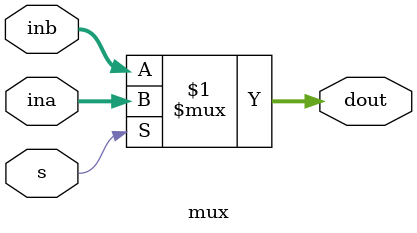
<source format=v>
module mux(ina, inb, dout, s);
  input [31:0] ina;
  input [31:0] inb;
  input s;
  output [31:0] dout;
  
  assign dout = s ? ina : inb;
  
endmodule

</source>
